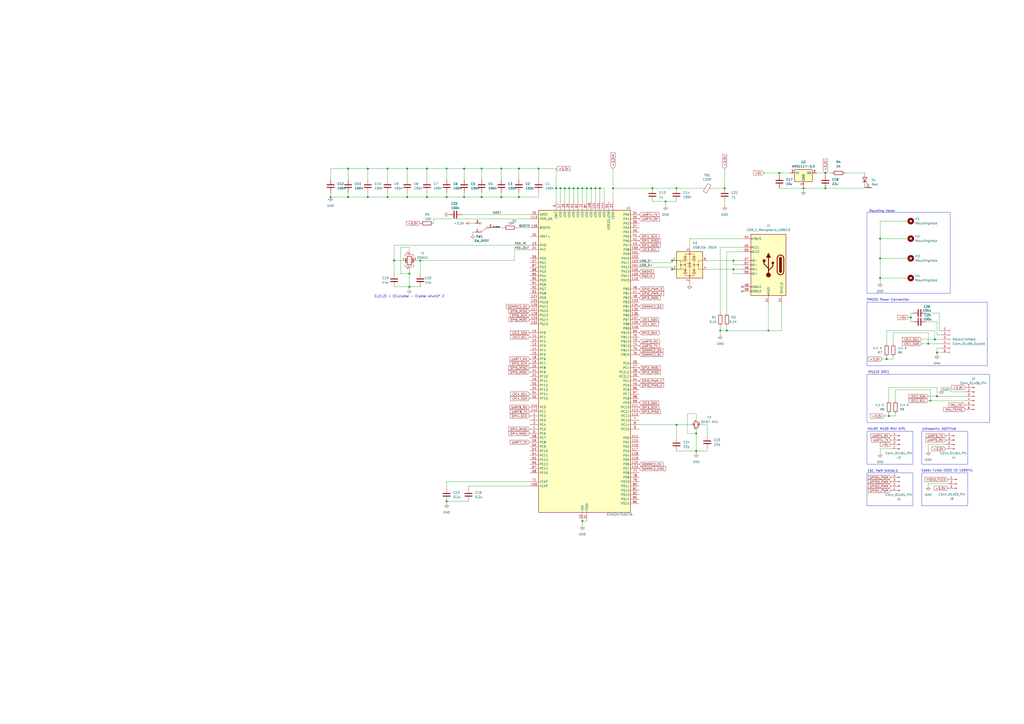
<source format=kicad_sch>
(kicad_sch (version 20231120) (generator "eeschema") (generator_version "8.0")
  (paper "A2")
  (junction (at 445.77 191.77))
  (junction (at 201.93 97.79))
  (junction (at 347.98 109.22))
  (junction (at 420.37 109.22))
  (junction (at 539.75 232.41))
  (junction (at 259.08 290.83))
  (junction (at 332.74 109.22))
  (junction (at 425.45 151.13))
  (junction (at 279.4 114.3))
  (junction (at 386.08 116.84))
  (junction (at 279.4 97.79))
  (junction (at 342.9 109.22))
  (junction (at 247.65 97.79))
  (junction (at 392.43 246.38))
  (junction (at 528.32 184.15))
  (junction (at 452.12 100.33))
  (junction (at 421.64 191.77))
  (junction (at 269.24 97.79))
  (junction (at 300.99 97.79))
  (junction (at 290.83 97.79))
  (junction (at 325.12 109.22))
  (junction (at 228.6 151.13))
  (junction (at 330.2 109.22))
  (junction (at 224.79 97.79))
  (junction (at 213.36 97.79))
  (junction (at 514.35 208.28))
  (junction (at 236.22 97.79))
  (junction (at 322.58 109.22))
  (junction (at 403.86 251.46))
  (junction (at 466.09 109.22))
  (junction (at 335.28 109.22))
  (junction (at 389.89 151.13))
  (junction (at 259.08 114.3))
  (junction (at 538.48 199.39))
  (junction (at 312.42 97.79))
  (junction (at 510.54 138.43))
  (junction (at 378.46 109.22))
  (junction (at 345.44 109.22))
  (junction (at 510.54 149.86))
  (junction (at 213.36 114.3))
  (junction (at 543.56 229.87))
  (junction (at 543.56 204.47))
  (junction (at 243.84 151.13))
  (junction (at 290.83 114.3))
  (junction (at 201.93 114.3))
  (junction (at 403.86 261.62))
  (junction (at 237.49 166.37))
  (junction (at 259.08 97.79))
  (junction (at 355.6 109.22))
  (junction (at 247.65 114.3))
  (junction (at 417.83 191.77))
  (junction (at 224.79 114.3))
  (junction (at 337.82 109.22))
  (junction (at 191.77 114.3))
  (junction (at 392.43 109.22))
  (junction (at 478.79 109.22))
  (junction (at 478.79 100.33))
  (junction (at 425.45 156.21))
  (junction (at 515.62 241.3))
  (junction (at 337.82 302.26))
  (junction (at 542.29 196.85))
  (junction (at 237.49 158.75))
  (junction (at 389.89 156.21))
  (junction (at 269.24 114.3))
  (junction (at 300.99 114.3))
  (junction (at 510.54 161.29))
  (junction (at 327.66 109.22))
  (junction (at 236.22 114.3))
  (junction (at 340.36 109.22))
  (no_connect (at 430.53 166.37))
  (no_connect (at 430.53 168.91))
  (wire (pts (xy 312.42 114.3) (xy 312.42 111.76)))
  (wire (pts (xy 241.3 151.13) (xy 243.84 151.13)))
  (wire (pts (xy 410.21 156.21) (xy 425.45 156.21)))
  (wire (pts (xy 259.08 290.83) (xy 271.78 290.83)))
  (wire (pts (xy 510.54 128.27) (xy 510.54 138.43)))
  (wire (pts (xy 406.4 246.38) (xy 410.21 246.38)))
  (wire (pts (xy 420.37 116.84) (xy 420.37 119.38)))
  (wire (pts (xy 279.4 114.3) (xy 279.4 111.76)))
  (wire (pts (xy 330.2 109.22) (xy 332.74 109.22)))
  (wire (pts (xy 237.49 166.37) (xy 243.84 166.37)))
  (wire (pts (xy 337.82 116.84) (xy 337.82 109.22)))
  (wire (pts (xy 453.39 191.77) (xy 445.77 191.77)))
  (wire (pts (xy 267.97 124.46) (xy 307.34 124.46)))
  (wire (pts (xy 279.4 97.79) (xy 290.83 97.79)))
  (wire (pts (xy 534.67 196.85) (xy 542.29 196.85)))
  (wire (pts (xy 400.05 138.43) (xy 430.53 138.43)))
  (wire (pts (xy 421.64 191.77) (xy 445.77 191.77)))
  (wire (pts (xy 191.77 97.79) (xy 201.93 97.79)))
  (wire (pts (xy 347.98 109.22) (xy 347.98 116.84)))
  (wire (pts (xy 300.99 97.79) (xy 312.42 97.79)))
  (wire (pts (xy 355.6 109.22) (xy 378.46 109.22)))
  (wire (pts (xy 330.2 116.84) (xy 330.2 109.22)))
  (wire (pts (xy 342.9 109.22) (xy 342.9 116.84)))
  (wire (pts (xy 307.34 127) (xy 251.46 127)))
  (wire (pts (xy 290.83 104.14) (xy 290.83 97.79)))
  (wire (pts (xy 551.18 227.33) (xy 560.07 227.33)))
  (wire (pts (xy 537.21 186.69) (xy 543.56 186.69)))
  (wire (pts (xy 514.35 208.28) (xy 518.16 208.28)))
  (wire (pts (xy 274.32 134.62) (xy 274.32 135.89)))
  (wire (pts (xy 237.49 143.51) (xy 232.41 143.51)))
  (wire (pts (xy 347.98 109.22) (xy 350.52 109.22)))
  (wire (pts (xy 543.56 224.79) (xy 543.56 229.87)))
  (wire (pts (xy 237.49 156.21) (xy 237.49 158.75)))
  (wire (pts (xy 528.32 186.69) (xy 528.32 184.15)))
  (wire (pts (xy 510.54 149.86) (xy 510.54 161.29)))
  (wire (pts (xy 337.82 302.26) (xy 340.36 302.26)))
  (wire (pts (xy 519.43 232.41) (xy 519.43 226.06)))
  (wire (pts (xy 551.18 227.33) (xy 551.18 224.79)))
  (wire (pts (xy 236.22 97.79) (xy 247.65 97.79)))
  (wire (pts (xy 201.93 114.3) (xy 201.93 111.76)))
  (wire (pts (xy 400.05 163.83) (xy 400.05 165.1)))
  (wire (pts (xy 325.12 109.22) (xy 322.58 109.22)))
  (wire (pts (xy 312.42 104.14) (xy 312.42 97.79)))
  (wire (pts (xy 259.08 97.79) (xy 269.24 97.79)))
  (wire (pts (xy 510.54 262.89) (xy 510.54 260.35)))
  (wire (pts (xy 546.1 194.31) (xy 543.56 194.31)))
  (wire (pts (xy 544.83 191.77) (xy 544.83 181.61)))
  (wire (pts (xy 417.83 189.23) (xy 417.83 191.77)))
  (wire (pts (xy 271.78 281.94) (xy 271.78 283.21)))
  (wire (pts (xy 386.08 116.84) (xy 392.43 116.84)))
  (wire (pts (xy 538.48 229.87) (xy 543.56 229.87)))
  (wire (pts (xy 515.62 224.79) (xy 543.56 224.79)))
  (wire (pts (xy 337.82 109.22) (xy 340.36 109.22)))
  (wire (pts (xy 243.84 151.13) (xy 298.45 151.13)))
  (wire (pts (xy 396.24 151.13) (xy 389.89 151.13)))
  (wire (pts (xy 370.84 152.4) (xy 389.89 152.4)))
  (wire (pts (xy 247.65 104.14) (xy 247.65 97.79)))
  (wire (pts (xy 233.68 151.13) (xy 228.6 151.13)))
  (wire (pts (xy 417.83 143.51) (xy 417.83 181.61)))
  (wire (pts (xy 345.44 109.22) (xy 347.98 109.22)))
  (wire (pts (xy 224.79 104.14) (xy 224.79 97.79)))
  (wire (pts (xy 392.43 246.38) (xy 401.32 246.38)))
  (wire (pts (xy 528.32 184.15) (xy 527.05 184.15)))
  (wire (pts (xy 430.53 143.51) (xy 417.83 143.51)))
  (wire (pts (xy 392.43 109.22) (xy 406.4 109.22)))
  (wire (pts (xy 466.09 109.22) (xy 478.79 109.22)))
  (wire (pts (xy 300.99 104.14) (xy 300.99 97.79)))
  (wire (pts (xy 224.79 114.3) (xy 236.22 114.3)))
  (wire (pts (xy 307.34 279.4) (xy 259.08 279.4)))
  (wire (pts (xy 501.65 107.95) (xy 501.65 109.22)))
  (wire (pts (xy 370.84 246.38) (xy 392.43 246.38)))
  (wire (pts (xy 232.41 143.51) (xy 232.41 158.75)))
  (wire (pts (xy 490.22 100.33) (xy 501.65 100.33)))
  (wire (pts (xy 236.22 114.3) (xy 247.65 114.3)))
  (wire (pts (xy 191.77 114.3) (xy 191.77 111.76)))
  (wire (pts (xy 251.46 127) (xy 251.46 129.54)))
  (wire (pts (xy 355.6 97.79) (xy 355.6 109.22)))
  (wire (pts (xy 228.6 151.13) (xy 228.6 158.75)))
  (wire (pts (xy 551.18 224.79) (xy 546.1 224.79)))
  (wire (pts (xy 403.86 240.03) (xy 398.78 240.03)))
  (wire (pts (xy 417.83 194.31) (xy 417.83 191.77)))
  (wire (pts (xy 478.79 100.33) (xy 478.79 101.6)))
  (wire (pts (xy 243.84 151.13) (xy 243.84 158.75)))
  (wire (pts (xy 543.56 194.31) (xy 543.56 186.69)))
  (wire (pts (xy 546.1 204.47) (xy 543.56 204.47)))
  (wire (pts (xy 425.45 151.13) (xy 430.53 151.13)))
  (wire (pts (xy 237.49 167.64) (xy 237.49 166.37)))
  (wire (pts (xy 546.1 201.93) (xy 543.56 201.93)))
  (wire (pts (xy 542.29 196.85) (xy 546.1 196.85)))
  (wire (pts (xy 519.43 226.06) (xy 539.75 226.06)))
  (wire (pts (xy 414.02 109.22) (xy 420.37 109.22)))
  (wire (pts (xy 228.6 166.37) (xy 237.49 166.37)))
  (wire (pts (xy 279.4 104.14) (xy 279.4 97.79)))
  (wire (pts (xy 417.83 191.77) (xy 421.64 191.77)))
  (wire (pts (xy 410.21 151.13) (xy 425.45 151.13)))
  (wire (pts (xy 285.75 132.08) (xy 292.1 132.08)))
  (wire (pts (xy 337.82 302.26) (xy 337.82 304.8)))
  (wire (pts (xy 518.16 208.28) (xy 518.16 207.01)))
  (wire (pts (xy 430.53 153.67) (xy 425.45 153.67)))
  (wire (pts (xy 529.59 186.69) (xy 528.32 186.69)))
  (wire (pts (xy 538.48 193.04) (xy 538.48 199.39)))
  (wire (pts (xy 224.79 97.79) (xy 236.22 97.79)))
  (wire (pts (xy 538.48 281.94) (xy 538.48 280.67)))
  (wire (pts (xy 201.93 104.14) (xy 201.93 97.79)))
  (wire (pts (xy 396.24 154.94) (xy 396.24 156.21)))
  (wire (pts (xy 420.37 97.79) (xy 420.37 109.22)))
  (wire (pts (xy 290.83 114.3) (xy 290.83 111.76)))
  (wire (pts (xy 378.46 109.22) (xy 392.43 109.22)))
  (wire (pts (xy 515.62 240.03) (xy 515.62 241.3)))
  (wire (pts (xy 543.56 201.93) (xy 543.56 204.47)))
  (wire (pts (xy 259.08 114.3) (xy 269.24 114.3)))
  (wire (pts (xy 534.67 199.39) (xy 538.48 199.39)))
  (wire (pts (xy 322.58 109.22) (xy 322.58 116.84)))
  (wire (pts (xy 322.58 97.79) (xy 322.58 109.22)))
  (wire (pts (xy 430.53 146.05) (xy 421.64 146.05)))
  (wire (pts (xy 403.86 240.03) (xy 403.86 243.84)))
  (wire (pts (xy 543.56 229.87) (xy 560.07 229.87)))
  (wire (pts (xy 259.08 114.3) (xy 259.08 111.76)))
  (wire (pts (xy 269.24 114.3) (xy 279.4 114.3)))
  (wire (pts (xy 403.86 251.46) (xy 403.86 261.62)))
  (wire (pts (xy 370.84 154.94) (xy 389.89 154.94)))
  (wire (pts (xy 514.35 208.28) (xy 514.35 207.01)))
  (wire (pts (xy 538.48 261.62) (xy 538.48 257.81)))
  (wire (pts (xy 519.43 240.03) (xy 519.43 241.3)))
  (wire (pts (xy 510.54 138.43) (xy 510.54 149.86)))
  (wire (pts (xy 529.59 181.61) (xy 528.32 181.61)))
  (wire (pts (xy 514.35 191.77) (xy 542.29 191.77)))
  (wire (pts (xy 398.78 251.46) (xy 403.86 251.46)))
  (wire (pts (xy 259.08 104.14) (xy 259.08 97.79)))
  (wire (pts (xy 421.64 189.23) (xy 421.64 191.77)))
  (wire (pts (xy 213.36 114.3) (xy 213.36 111.76)))
  (wire (pts (xy 514.35 199.39) (xy 514.35 191.77)))
  (wire (pts (xy 546.1 191.77) (xy 544.83 191.77)))
  (wire (pts (xy 453.39 176.53) (xy 453.39 191.77)))
  (wire (pts (xy 410.21 261.62) (xy 410.21 260.35)))
  (wire (pts (xy 378.46 116.84) (xy 386.08 116.84)))
  (wire (pts (xy 298.45 144.78) (xy 298.45 151.13)))
  (wire (pts (xy 452.12 100.33) (xy 452.12 101.6)))
  (wire (pts (xy 386.08 116.84) (xy 386.08 119.38)))
  (wire (pts (xy 307.34 281.94) (xy 271.78 281.94)))
  (wire (pts (xy 275.59 134.62) (xy 274.32 134.62)))
  (wire (pts (xy 538.48 280.67) (xy 549.91 280.67)))
  (wire (pts (xy 247.65 114.3) (xy 247.65 111.76)))
  (wire (pts (xy 236.22 114.3) (xy 236.22 111.76)))
  (wire (pts (xy 400.05 138.43) (xy 400.05 143.51)))
  (wire (pts (xy 410.21 252.73) (xy 410.21 246.38)))
  (wire (pts (xy 299.72 132.08) (xy 307.34 132.08)))
  (wire (pts (xy 544.83 181.61) (xy 537.21 181.61)))
  (wire (pts (xy 392.43 261.62) (xy 403.86 261.62)))
  (wire (pts (xy 445.77 191.77) (xy 445.77 176.53)))
  (wire (pts (xy 538.48 232.41) (xy 539.75 232.41)))
  (wire (pts (xy 513.08 241.3) (xy 515.62 241.3)))
  (wire (pts (xy 396.24 152.4) (xy 396.24 151.13)))
  (wire (pts (xy 191.77 114.3) (xy 201.93 114.3)))
  (wire (pts (xy 273.05 129.54) (xy 275.59 129.54)))
  (wire (pts (xy 511.81 208.28) (xy 514.35 208.28)))
  (wire (pts (xy 290.83 97.79) (xy 300.99 97.79)))
  (wire (pts (xy 330.2 109.22) (xy 327.66 109.22)))
  (wire (pts (xy 300.99 114.3) (xy 312.42 114.3)))
  (wire (pts (xy 298.45 144.78) (xy 307.34 144.78)))
  (wire (pts (xy 538.48 257.81) (xy 548.64 257.81)))
  (wire (pts (xy 269.24 97.79) (xy 279.4 97.79)))
  (wire (pts (xy 236.22 104.14) (xy 236.22 97.79)))
  (wire (pts (xy 327.66 116.84) (xy 327.66 109.22)))
  (wire (pts (xy 350.52 109.22) (xy 350.52 116.84)))
  (wire (pts (xy 421.64 146.05) (xy 421.64 181.61)))
  (wire (pts (xy 224.79 111.76) (xy 224.79 114.3)))
  (wire (pts (xy 443.23 100.33) (xy 452.12 100.33)))
  (wire (pts (xy 345.44 109.22) (xy 345.44 116.84)))
  (wire (pts (xy 312.42 97.79) (xy 322.58 97.79)))
  (wire (pts (xy 300.99 114.3) (xy 300.99 111.76)))
  (wire (pts (xy 392.43 246.38) (xy 392.43 254)))
  (wire (pts (xy 269.24 114.3) (xy 269.24 111.76)))
  (wire (pts (xy 340.36 109.22) (xy 342.9 109.22)))
  (wire (pts (xy 546.1 224.79) (xy 546.1 226.06)))
  (wire (pts (xy 247.65 114.3) (xy 259.08 114.3)))
  (wire (pts (xy 529.59 161.29) (xy 510.54 161.29)))
  (wire (pts (xy 539.75 232.41) (xy 560.07 232.41)))
  (wire (pts (xy 389.89 154.94) (xy 389.89 156.21)))
  (wire (pts (xy 237.49 146.05) (xy 237.49 143.51)))
  (wire (pts (xy 458.47 100.33) (xy 452.12 100.33)))
  (wire (pts (xy 340.36 109.22) (xy 340.36 116.84)))
  (wire (pts (xy 191.77 104.14) (xy 191.77 97.79)))
  (wire (pts (xy 327.66 109.22) (xy 325.12 109.22)))
  (wire (pts (xy 332.74 109.22) (xy 335.28 109.22)))
  (wire (pts (xy 201.93 114.3) (xy 213.36 114.3)))
  (wire (pts (xy 325.12 116.84) (xy 325.12 109.22)))
  (wire (pts (xy 396.24 156.21) (xy 389.89 156.21)))
  (wire (pts (xy 528.32 181.61) (xy 528.32 184.15)))
  (wire (pts (xy 543.56 204.47) (xy 543.56 205.74)))
  (wire (pts (xy 528.32 138.43) (xy 510.54 138.43)))
  (wire (pts (xy 290.83 114.3) (xy 300.99 114.3)))
  (wire (pts (xy 425.45 158.75) (xy 425.45 156.21)))
  (wire (pts (xy 403.86 261.62) (xy 410.21 261.62)))
  (wire (pts (xy 473.71 100.33) (xy 478.79 100.33)))
  (wire (pts (xy 335.28 116.84) (xy 335.28 109.22)))
  (wire (pts (xy 232.41 158.75) (xy 237.49 158.75)))
  (wire (pts (xy 518.16 193.04) (xy 538.48 193.04)))
  (wire (pts (xy 478.79 100.33) (xy 482.6 100.33)))
  (wire (pts (xy 528.32 128.27) (xy 510.54 128.27)))
  (wire (pts (xy 539.75 226.06) (xy 539.75 232.41)))
  (wire (pts (xy 542.29 191.77) (xy 542.29 196.85)))
  (wire (pts (xy 425.45 156.21) (xy 430.53 156.21)))
  (wire (pts (xy 389.89 152.4) (xy 389.89 151.13)))
  (wire (pts (xy 332.74 116.84) (xy 332.74 109.22)))
  (wire (pts (xy 510.54 161.29) (xy 510.54 163.83)))
  (wire (pts (xy 510.54 260.35) (xy 516.89 260.35)))
  (wire (pts (xy 398.78 240.03) (xy 398.78 251.46)))
  (wire (pts (xy 269.24 104.14) (xy 269.24 97.79)))
  (wire (pts (xy 213.36 97.79) (xy 224.79 97.79)))
  (wire (pts (xy 337.82 109.22) (xy 335.28 109.22)))
  (wire (pts (xy 355.6 116.84) (xy 355.6 109.22)))
  (wire (pts (xy 213.36 104.14) (xy 213.36 97.79)))
  (wire (pts (xy 518.16 199.39) (xy 518.16 193.04)))
  (wire (pts (xy 237.49 158.75) (xy 237.49 166.37)))
  (wire (pts (xy 430.53 158.75) (xy 425.45 158.75)))
  (wire (pts (xy 259.08 279.4) (xy 259.08 283.21)))
  (wire (pts (xy 201.93 97.79) (xy 213.36 97.79)))
  (wire (pts (xy 279.4 114.3) (xy 290.83 114.3)))
  (wire (pts (xy 528.32 149.86) (xy 510.54 149.86)))
  (wire (pts (xy 515.62 241.3) (xy 519.43 241.3)))
  (wire (pts (xy 478.79 109.22) (xy 501.65 109.22)))
  (wire (pts (xy 342.9 109.22) (xy 345.44 109.22)))
  (wire (pts (xy 403.86 251.46) (xy 403.86 248.92)))
  (wire (pts (xy 515.62 232.41) (xy 515.62 224.79)))
  (wire (pts (xy 425.45 153.67) (xy 425.45 151.13)))
  (wire (pts (xy 538.48 199.39) (xy 546.1 199.39)))
  (wire (pts (xy 466.09 109.22) (xy 466.09 110.49)))
  (wire (pts (xy 403.86 261.62) (xy 403.86 262.89)))
  (wire (pts (xy 452.12 109.22) (xy 466.09 109.22)))
  (wire (pts (xy 466.09 107.95) (xy 466.09 109.22)))
  (wire (pts (xy 228.6 142.24) (xy 307.34 142.24)))
  (wire (pts (xy 259.08 292.1) (xy 259.08 290.83)))
  (wire (pts (xy 224.79 114.3) (xy 213.36 114.3)))
  (wire (pts (xy 228.6 151.13) (xy 228.6 142.24)))
  (wire (pts (xy 247.65 97.79) (xy 259.08 97.79)))
  (rectangle (start 502.92 123.19) (end 551.18 170.18))
  (rectangle (start 534.67 250.19) (end 561.34 269.24))
  (rectangle (start 502.92 175.26) (end 572.77 212.09))
  (rectangle (start 502.92 217.17) (end 574.04 245.11))
  (rectangle (start 502.92 250.19) (end 529.59 269.24))
  (rectangle (start 534.67 274.32) (end 561.34 293.37))
  (rectangle (start 502.92 274.32) (end 529.59 293.37))
  (text "PMO2D Power Connection" (at 515.112 173.99 0) (effects (font (size 1.27 1.27))))
  (text "Mounting Holes" (at 504.19 123.19 0) (effects (font (size 1.27 1.27)) (justify left bottom)))
  (text "Caddx Turbo EOS2 V2 1200TVL\n" (at 549.402 273.05 0) (effects (font (size 1.27 1.27))))
  (text "ESC PWM SIGNALS\n" (at 512.064 273.304 0) (effects (font (size 1.27 1.27))))
  (text "HGLRC M100 Mini GPS" (at 514.096 248.92 0) (effects (font (size 1.27 1.27))))
  (text "Ultrasonic: A02YYUW" (at 544.83 248.92 0) (effects (font (size 1.27 1.27))))
  (text "CL(1,2) = (CLcrystal - Crystal shunt)* 2" (at 217.17 172.72 0) (effects (font (size 1.27 1.27)) (justify left bottom)))
  (text "IMU(10 DOF)\n" (at 509.524 215.9 0) (effects (font (size 1.27 1.27))))
  (label "SW_BOOT0" (at 285.75 132.08 0) (effects (font (size 0.54 0.54))))
  (label "HSE_IN" (at 298.45 142.24 0))
  (label "BOOT0" (at 300.99 132.08 0))
  (label "USB_D-" (at 370.84 152.4 0))
  (label "USB_D+" (at 370.84 154.94 0))
  (label "HSE_OUT" (at 298.45 144.78 0))
  (label "PWR_LED_K" (at 501.65 109.22 0) (effects (font (size 0.5 0.5))))
  (label "NRST" (at 285.75 124.46 0))
  (global_label "I2C2_SCL" (shape input) (at 307.34 195.58 180) (property "Intersheetrefs" "${INTERSHEET_REFS}" (effects (hide yes))))
  (global_label "SPI3_MOSI" (shape input) (at 370.84 172.72 0) (property "Intersheetrefs" "${INTERSHEET_REFS}" (effects (hide yes))))
  (global_label "UART5_TX" (shape input) (at 548.64 252.73 180) (property "Intersheetrefs" "${INTERSHEET_REFS}" (effects (hide yes))))
  (global_label "SPI5_MISO" (shape input) (at 307.34 213.36 180) (property "Intersheetrefs" "${INTERSHEET_REFS}" (effects (hide yes))))
  (global_label "SWCLK" (shape input) (at 370.84 160.02 0) (property "Intersheetrefs" "${INTERSHEET_REFS}" (effects (hide yes))))
  (global_label "GPIO_PWM_3" (shape input) (at 370.84 167.64 0) (property "Intersheetrefs" "${INTERSHEET_REFS}" (effects (hide yes))))
  (global_label "SPI1_SCK" (shape input) (at 370.84 137.16 0) (property "Intersheetrefs" "${INTERSHEET_REFS}" (effects (hide yes))))
  (global_label "I2C3_SDA" (shape input) (at 370.84 233.68 0) (property "Intersheetrefs" "${INTERSHEET_REFS}" (effects (hide yes))))
  (global_label "SPI6_SCK" (shape input) (at 307.34 182.88 180) (property "Intersheetrefs" "${INTERSHEET_REFS}" (effects (hide yes))))
  (global_label "SDMMC2_D2" (shape input) (at 307.34 177.8 180) (property "Intersheetrefs" "${INTERSHEET_REFS}" (effects (hide yes))))
  (global_label "GPIO4_PWM" (shape input) (at 516.89 276.86 180) (property "Intersheetrefs" "${INTERSHEET_REFS}" (effects (hide yes))))
  (global_label "SDMMC2_D1" (shape input) (at 370.84 205.74 0) (property "Intersheetrefs" "${INTERSHEET_REFS}" (effects (hide yes))))
  (global_label "+3.3V" (shape input) (at 243.84 129.54 180) (property "Intersheetrefs" "${INTERSHEET_REFS}" (effects (hide yes))))
  (global_label "UART8_RX" (shape input) (at 307.34 236.22 180) (property "Intersheetrefs" "${INTERSHEET_REFS}" (effects (hide yes))))
  (global_label "SPI6_MOSI" (shape input) (at 307.34 185.42 180) (property "Intersheetrefs" "${INTERSHEET_REFS}" (effects (hide yes))))
  (global_label "SPI1_MISO" (shape input) (at 370.84 139.7 0) (property "Intersheetrefs" "${INTERSHEET_REFS}" (effects (hide yes))))
  (global_label "SDMMC2_D3" (shape input) (at 370.84 177.8 0) (property "Intersheetrefs" "${INTERSHEET_REFS}" (effects (hide yes))))
  (global_label "IMU_FSYNC" (shape input) (at 560.07 237.49 180) (property "Intersheetrefs" "${INTERSHEET_REFS}" (effects (hide yes))))
  (global_label "I2C1_SDA" (shape input) (at 534.67 199.39 180) (property "Intersheetrefs" "${INTERSHEET_REFS}" (effects (hide yes))))
  (global_label "GPIO3_PWM" (shape input) (at 516.89 279.4 180) (property "Intersheetrefs" "${INTERSHEET_REFS}" (effects (hide yes))))
  (global_label "SPI3_MISO" (shape input) (at 370.84 238.76 0) (property "Intersheetrefs" "${INTERSHEET_REFS}" (effects (hide yes))))
  (global_label "+3.3V" (shape input) (at 420.37 97.79 90) (property "Intersheetrefs" "${INTERSHEET_REFS}" (effects (hide yes))))
  (global_label "+3.3VA" (shape input) (at 355.6 97.79 90) (property "Intersheetrefs" "${INTERSHEET_REFS}" (effects (hide yes))))
  (global_label "SPI1_MOSI" (shape input) (at 370.84 142.24 0) (property "Intersheetrefs" "${INTERSHEET_REFS}" (effects (hide yes))))
  (global_label "VIDEO_FEED" (shape input) (at 549.91 278.13 180) (property "Intersheetrefs" "${INTERSHEET_REFS}" (effects (hide yes))))
  (global_label "I2C4_SDA" (shape input) (at 307.34 231.14 180) (property "Intersheetrefs" "${INTERSHEET_REFS}" (effects (hide yes))))
  (global_label "GPIO_PWM_4" (shape input) (at 370.84 170.18 0) (property "Intersheetrefs" "${INTERSHEET_REFS}" (effects (hide yes))))
  (global_label "SPI4_SCK" (shape input) (at 307.34 241.3 180) (property "Intersheetrefs" "${INTERSHEET_REFS}" (effects (hide yes))))
  (global_label "+5V" (shape input) (at 443.23 100.33 180) (property "Intersheetrefs" "${INTERSHEET_REFS}" (effects (hide yes))))
  (global_label "SPI4_MOSI" (shape input) (at 307.34 251.46 180) (property "Intersheetrefs" "${INTERSHEET_REFS}" (effects (hide yes))))
  (global_label "+3.3V" (shape input) (at 513.08 241.3 180) (property "Intersheetrefs" "${INTERSHEET_REFS}" (effects (hide yes))))
  (global_label "I2C4_SCL" (shape input) (at 307.34 228.6 180) (property "Intersheetrefs" "${INTERSHEET_REFS}" (effects (hide yes))))
  (global_label "SDMMC2_CMD" (shape input) (at 370.84 271.78 0) (property "Intersheetrefs" "${INTERSHEET_REFS}" (effects (hide yes))))
  (global_label "SPI2_SCK" (shape input) (at 370.84 193.04 0) (property "Intersheetrefs" "${INTERSHEET_REFS}" (effects (hide yes))))
  (global_label "I2C2_SDA" (shape input) (at 538.48 229.87 180) (property "Intersheetrefs" "${INTERSHEET_REFS}" (effects (hide yes))))
  (global_label "GPIO_PWM_2" (shape input) (at 370.84 223.52 0) (property "Intersheetrefs" "${INTERSHEET_REFS}" (effects (hide yes))))
  (global_label "+5V" (shape input) (at 516.89 257.81 180) (property "Intersheetrefs" "${INTERSHEET_REFS}" (effects (hide yes))))
  (global_label "IMU_INT" (shape input) (at 560.07 234.95 180) (property "Intersheetrefs" "${INTERSHEET_REFS}" (effects (hide yes))))
  (global_label "I2C1_SCL" (shape input) (at 534.67 196.85 180) (property "Intersheetrefs" "${INTERSHEET_REFS}" (effects (hide yes))))
  (global_label "SPI2_MOSI" (shape input) (at 370.84 213.36 0) (property "Intersheetrefs" "${INTERSHEET_REFS}" (effects (hide yes))))
  (global_label "UART5_TX" (shape input) (at 370.84 200.66 0) (property "Intersheetrefs" "${INTERSHEET_REFS}" (effects (hide yes))))
  (global_label "+3.3V" (shape input) (at 478.79 100.33 90) (property "Intersheetrefs" "${INTERSHEET_REFS}" (effects (hide yes))))
  (global_label "SWDIO" (shape input) (at 370.84 157.48 0) (property "Intersheetrefs" "${INTERSHEET_REFS}" (effects (hide yes))))
  (global_label "+5V" (shape input) (at 527.05 184.15 180) (property "Intersheetrefs" "${INTERSHEET_REFS}" (effects (hide yes))))
  (global_label "GPIO2_PWM" (shape input) (at 516.89 281.94 180) (property "Intersheetrefs" "${INTERSHEET_REFS}" (effects (hide yes))))
  (global_label "I2C3_SCL" (shape input) (at 370.84 144.78 0) (property "Intersheetrefs" "${INTERSHEET_REFS}" (effects (hide yes))))
  (global_label "+3.3V" (shape input) (at 322.58 97.79 0) (property "Intersheetrefs" "${INTERSHEET_REFS}" (effects (hide yes))))
  (global_label "UART8_TX" (shape input) (at 307.34 238.76 180) (property "Intersheetrefs" "${INTERSHEET_REFS}" (effects (hide yes))))
  (global_label "UART5_RX" (shape input) (at 548.64 255.27 180) (property "Intersheetrefs" "${INTERSHEET_REFS}" (effects (hide yes))))
  (global_label "SPI4_MISO" (shape input) (at 307.34 248.92 180) (property "Intersheetrefs" "${INTERSHEET_REFS}" (effects (hide yes))))
  (global_label "SPI6_MISO" (shape input) (at 307.34 180.34 180) (property "Intersheetrefs" "${INTERSHEET_REFS}" (effects (hide yes))))
  (global_label "SPI5_MOSI" (shape input) (at 307.34 215.9 180) (property "Intersheetrefs" "${INTERSHEET_REFS}" (effects (hide yes))))
  (global_label "I2C1_SCL" (shape input) (at 370.84 187.96 0) (property "Intersheetrefs" "${INTERSHEET_REFS}" (effects (hide yes))))
  (global_label "UART5_RX" (shape input) (at 370.84 198.12 0) (property "Intersheetrefs" "${INTERSHEET_REFS}" (effects (hide yes))))
  (global_label "SDMMC2_CK" (shape input) (at 370.84 269.24 0) (property "Intersheetrefs" "${INTERSHEET_REFS}" (effects (hide yes))))
  (global_label "SPI2_MISO" (shape input) (at 370.84 215.9 0) (property "Intersheetrefs" "${INTERSHEET_REFS}" (effects (hide yes))))
  (global_label "+3.3V" (shape input) (at 560.07 224.79 180) (property "Intersheetrefs" "${INTERSHEET_REFS}" (effects (hide yes))))
  (global_label "+3.3V" (shape input) (at 548.64 260.35 180) (property "Intersheetrefs" "${INTERSHEET_REFS}" (effects (hide yes))))
  (global_label "GPIO1_PWM" (shape input) (at 516.89 284.48 180) (property "Intersheetrefs" "${INTERSHEET_REFS}" (effects (hide yes))))
  (global_label "UART4_RX" (shape input) (at 370.84 127 0) (property "Intersheetrefs" "${INTERSHEET_REFS}" (effects (hide yes))))
  (global_label "+3.3V" (shape input) (at 549.91 283.21 180) (property "Intersheetrefs" "${INTERSHEET_REFS}" (effects (hide yes))))
  (global_label "UART4_RX" (shape input) (at 516.89 252.73 180) (property "Intersheetrefs" "${INTERSHEET_REFS}" (effects (hide yes))))
  (global_label "UART4_TX" (shape input) (at 370.84 124.46 0) (property "Intersheetrefs" "${INTERSHEET_REFS}" (effects (hide yes))))
  (global_label "UART7_RX" (shape input) (at 307.34 208.28 180) (property "Intersheetrefs" "${INTERSHEET_REFS}" (effects (hide yes))))
  (global_label "SPI3_SCK" (shape input) (at 370.84 236.22 0) (property "Intersheetrefs" "${INTERSHEET_REFS}" (effects (hide yes))))
  (global_label "I2C1_SDA" (shape input) (at 370.84 185.42 0) (property "Intersheetrefs" "${INTERSHEET_REFS}" (effects (hide yes))))
  (global_label "SPI5_SCK" (shape input) (at 307.34 210.82 180) (property "Intersheetrefs" "${INTERSHEET_REFS}" (effects (hide yes))))
  (global_label "SDMMC2_D0" (shape input) (at 370.84 203.2 0) (property "Intersheetrefs" "${INTERSHEET_REFS}" (effects (hide yes))))
  (global_label "UART7_TX" (shape input) (at 307.34 256.54 180) (property "Intersheetrefs" "${INTERSHEET_REFS}" (effects (hide yes))))
  (global_label "I2C2_SCL" (shape input) (at 538.48 232.41 180) (property "Intersheetrefs" "${INTERSHEET_REFS}" (effects (hide yes))))
  (global_label "GPIO_PWM_1" (shape input) (at 370.84 220.98 0) (property "Intersheetrefs" "${INTERSHEET_REFS}" (effects (hide yes))))
  (global_label "I2C2_SDA" (shape input) (at 307.34 193.04 180) (property "Intersheetrefs" "${INTERSHEET_REFS}" (effects (hide yes))))
  (global_label "UART4_TX" (shape input) (at 516.89 255.27 180) (property "Intersheetrefs" "${INTERSHEET_REFS}" (effects (hide yes))))
  (global_label "+3.3V" (shape input) (at 511.81 208.28 180) (property "Intersheetrefs" "${INTERSHEET_REFS}" (effects (hide yes))))
  (symbol (lib_id "Device:C") (at 478.79 105.41 0) (unit 1)
    (property "Reference" "C18" (at 482.6 104.14 0) (effects (justify left)))
    (property "Value" "22u" (at 482.6 106.68 0) (effects (justify left)))
  )
  (symbol (lib_id "Device:R") (at 417.83 185.42 0) (unit 1)
    (property "Reference" "R2" (at 412.75 184.15 0) (effects (justify left)))
    (property "Value" "5.1K" (at 411.48 186.69 0) (effects (justify left)))
  )
  (symbol (lib_id "Connector:Conn_01x04_Pin") (at 521.97 257.81 180) (unit 1)
    (property "Reference" "J3" (at 521.335 265.43 0))
    (property "Value" "Conn_01x04_Pin" (at 521.335 262.89 0))
    (property "Description" "Generic connector, single row, 01x04, script generated" (effects (hide yes)))
  )
  (symbol (lib_id "Device:C") (at 264.16 124.46 90) (mirror x) (unit 1)
    (property "Reference" "C22" (at 261.62 118.11 90) (effects (justify right)))
    (property "Value" "100n" (at 261.62 120.65 90) (effects (justify right)))
  )
  (symbol (lib_id "power:GND") (at 237.49 167.64 0) (unit 1)
    (property "Reference" "#PWR07" (effects (hide yes)))
    (property "Value" "GND" (effects (hide yes)))
  )
  (symbol (lib_id "Device:C") (at 191.77 107.95 0) (unit 1)
    (property "Reference" "C12" (at 195.58 106.68 0) (effects (justify left)))
    (property "Value" "100n" (at 195.58 109.22 0) (effects (justify left)))
  )
  (symbol (lib_id "Device:C") (at 378.46 113.03 0) (unit 1)
    (property "Reference" "C13" (at 382.27 111.76 0) (effects (justify left)))
    (property "Value" "1u" (at 382.27 114.3 0) (effects (justify left)))
  )
  (symbol (lib_id "Device:C") (at 213.36 107.95 0) (unit 1)
    (property "Reference" "C10" (at 217.17 106.68 0) (effects (justify left)))
    (property "Value" "100n" (at 217.17 109.22 0) (effects (justify left)))
  )
  (symbol (lib_id "Connector:Conn_01x03_Pin") (at 554.99 280.67 0) (mirror y) (unit 1)
    (property "Reference" "J6" (at 550.926 289.306 0) (effects (justify right)))
    (property "Value" "Conn_01x03_Pin" (at 544.322 286.766 0) (effects (justify right)))
    (property "Description" "Generic connector, single row, 01x03, script generated" (effects (hide yes)))
  )
  (symbol (lib_id "Connector:Conn_01x04_Pin") (at 521.97 281.94 180) (unit 1)
    (property "Reference" "J5" (at 521.335 289.56 0))
    (property "Value" "Conn_01x04_Pin" (at 521.335 287.02 0))
    (property "Description" "Generic connector, single row, 01x04, script generated" (effects (hide yes)))
  )
  (symbol (lib_id "Connector:Conn_01x06_Socket") (at 551.18 196.85 0) (unit 1)
    (property "Reference" "MolexClikMate" (at 552.45 196.8499 0) (effects (justify left)))
    (property "Value" "Conn_01x06_Socket" (at 552.45 199.3899 0) (effects (justify left)))
    (property "Footprint" "MolexCLIK-Mate" (effects (hide yes)))
    (property "Description" "Generic connector, single row, 01x06, script generated" (effects (hide yes)))
  )
  (symbol (lib_id "Device:C") (at 279.4 107.95 0) (unit 1)
    (property "Reference" "C4" (at 283.21 106.68 0) (effects (justify left)))
    (property "Value" "100n" (at 283.21 109.22 0) (effects (justify left)))
  )
  (symbol (lib_id "Device:C") (at 236.22 107.95 0) (unit 1)
    (property "Reference" "C8" (at 240.03 106.68 0) (effects (justify left)))
    (property "Value" "100n" (at 240.03 109.22 0) (effects (justify left)))
  )
  (symbol (lib_id "Device:C") (at 259.08 107.95 0) (unit 1)
    (property "Reference" "C6" (at 262.89 106.68 0) (effects (justify left)))
    (property "Value" "100n" (at 262.89 109.22 0) (effects (justify left)))
  )
  (symbol (lib_id "Mechanical:MountingHole") (at 528.32 128.27 0) (unit 1)
    (property "Reference" "H1" (at 530.86 127 0) (effects (justify left)))
    (property "Value" "MountingHole" (at 530.86 129.54 0) (effects (justify left)))
  )
  (symbol (lib_id "Device:R") (at 421.64 185.42 0) (unit 1)
    (property "Reference" "R3" (at 424.18 184.15 0) (effects (justify left)))
    (property "Value" "5.1K" (at 422.91 186.69 0) (effects (justify left)))
  )
  (symbol (lib_id "Device:C") (at 224.79 107.95 0) (unit 1)
    (property "Reference" "C9" (at 228.6 106.68 0) (effects (justify left)))
    (property "Value" "100n" (at 228.6 109.22 0) (effects (justify left)))
  )
  (symbol (lib_id "Device:FerriteBead") (at 410.21 109.22 90) (unit 1)
    (property "Reference" "FB1" (at 410.1592 101.6 90))
    (property "Value" "120R" (at 410.1592 104.14 90))
  )
  (symbol (lib_id "Device:C") (at 247.65 107.95 0) (unit 1)
    (property "Reference" "C7" (at 251.46 106.68 0) (effects (justify left)))
    (property "Value" "100n" (at 251.46 109.22 0) (effects (justify left)))
  )
  (symbol (lib_id "Device:R") (at 519.43 236.22 0) (mirror y) (unit 1)
    (property "Reference" "R9" (at 521.97 237.4901 0) (effects (justify right)))
    (property "Value" "4.4 K" (at 521.97 234.9501 0) (effects (justify right)))
    (property "Description" "Resistor" (effects (hide yes)))
  )
  (symbol (lib_id "Device:C") (at 271.78 287.02 0) (unit 1)
    (property "Reference" "C16" (at 275.59 285.75 0) (effects (justify left)))
    (property "Value" "0.2u" (at 275.59 288.29 0) (effects (justify left)))
  )
  (symbol (lib_id "Regulator_Linear:AMS1117-3.3") (at 466.09 100.33 0) (unit 1)
    (property "Reference" "U2" (at 466.09 93.98 0))
    (property "Value" "AMS1117-3.3" (at 466.09 96.52 0))
    (property "Footprint" "Package_TO_SOT_SMD:SOT-223-3_TabPin2" (effects (hide yes)))
    (property "Datasheet" "http://www.advanced-monolithic.com/pdf/ds1117.pdf" (effects (hide yes)))
  )
  (symbol (lib_id "Device:C") (at 533.4 186.69 90) (unit 1)
    (property "Reference" "C25" (at 537.972 182.88 90))
    (property "Value" "100u" (at 537.972 185.166 90))
    (property "Description" "Unpolarized capacitor" (effects (hide yes)))
  )
  (symbol (lib_id "Connector:Conn_01x06_Pin") (at 565.15 229.87 0) (mirror y) (unit 1)
    (property "Reference" "J2" (at 564.515 219.71 0))
    (property "Value" "Conn_01x06_Pin" (at 564.515 222.25 0))
    (property "Description" "Generic connector, single row, 01x06, script generated" (effects (hide yes)))
  )
  (symbol (lib_id "power:GND") (at 417.83 194.31 0) (unit 1)
    (property "Reference" "#PWR014" (effects (hide yes)))
    (property "Value" "GND" (at 417.83 199.39 0))
  )
  (symbol (lib_id "power:GND") (at 510.54 163.83 0) (unit 1)
    (property "Reference" "#PWR022" (effects (hide yes)))
    (property "Value" "GND" (at 510.54 168.91 0))
  )
  (symbol (lib_id "Device:C") (at 259.08 287.02 0) (unit 1)
    (property "Reference" "C15" (at 262.89 285.75 0) (effects (justify left)))
    (property "Value" "0.2u" (at 262.89 288.29 0) (effects (justify left)))
  )
  (symbol (lib_id "power:GND") (at 259.08 292.1 0) (unit 1)
    (property "Reference" "#PWR06" (effects (hide yes)))
    (property "Value" "GND" (at 259.08 297.18 0))
  )
  (symbol (lib_id "power:GND") (at 274.32 135.89 0) (mirror y) (unit 1)
    (property "Reference" "#PWR012" (effects (hide yes)))
    (property "Value" "GND" (effects (hide yes)))
  )
  (symbol (lib_id "Device:C") (at 392.43 257.81 0) (unit 1)
    (property "Reference" "C24" (at 396.24 256.54 0) (effects (justify left)))
    (property "Value" "22p" (at 396.24 259.08 0) (effects (justify left)))
  )
  (symbol (lib_id "Device:LED") (at 501.65 104.14 90) (unit 1)
    (property "Reference" "D1" (at 505.46 104.4575 90) (effects (justify right)))
    (property "Value" "Red" (at 505.46 106.9975 90) (effects (justify right)))
  )
  (symbol (lib_id "Device:C") (at 243.84 162.56 0) (mirror x) (unit 1)
    (property "Reference" "C20" (at 246.38 161.29 0) (effects (justify left)))
    (property "Value" "14p" (at 246.38 163.83 0) (effects (justify left)))
  )
  (symbol (lib_id "Device:R") (at 514.35 203.2 0) (unit 1)
    (property "Reference" "R7" (at 511.81 204.4701 0) (effects (justify right)))
    (property "Value" "4.4 K" (at 511.81 201.9301 0) (effects (justify right)))
    (property "Description" "Resistor" (effects (hide yes)))
  )
  (symbol (lib_id "Device:R") (at 247.65 129.54 270) (unit 1)
    (property "Reference" "R5" (at 246.38 124.46 90) (effects (justify left)))
    (property "Value" "10K" (at 246.38 127 90) (effects (justify left)))
  )
  (symbol (lib_id "Connector:USB_C_Receptacle_USB2.0") (at 445.77 153.67 0) (mirror y) (unit 1)
    (property "Reference" "J1" (at 445.77 130.81 0))
    (property "Value" "USB_C_Receptacle_USB2.0" (at 445.77 133.35 0))
    (property "Datasheet" "https://www.usb.org/sites/default/files/documents/usb_type-c.zip" (effects (hide yes)))
  )
  (symbol (lib_id "power:GND") (at 191.77 114.3 0) (unit 1)
    (property "Reference" "#PWR03" (effects (hide yes)))
    (property "Value" "GND" (at 191.77 119.38 0))
  )
  (symbol (lib_id "Device:C") (at 201.93 107.95 0) (unit 1)
    (property "Reference" "C11" (at 205.74 106.68 0) (effects (justify left)))
    (property "Value" "100n" (at 205.74 109.22 0) (effects (justify left)))
  )
  (symbol (lib_name "GND_3") (lib_id "power:GND") (at 538.48 261.62 0) (unit 1)
    (property "Reference" "#PWR015" (effects (hide yes)))
    (property "Value" "GND" (at 538.48 266.7 0))
    (property "Description" "Power symbol creates a global label with name \"GND\" , ground" (effects (hide yes)))
  )
  (symbol (lib_id "Device:C") (at 410.21 256.54 0) (unit 1)
    (property "Reference" "C23" (at 414.02 255.27 0) (effects (justify left)))
    (property "Value" "22p" (at 414.02 257.81 0) (effects (justify left)))
  )
  (symbol (lib_id "Device:C") (at 228.6 162.56 0) (mirror x) (unit 1)
    (property "Reference" "C19" (at 223.52 161.29 0))
    (property "Value" "14p" (at 223.52 163.83 0))
  )
  (symbol (lib_id "Device:C") (at 290.83 107.95 0) (unit 1)
    (property "Reference" "C3" (at 294.64 106.68 0) (effects (justify left)))
    (property "Value" "100n" (at 294.64 109.22 0) (effects (justify left)))
  )
  (symbol (lib_id "power:GND") (at 403.86 262.89 0) (unit 1)
    (property "Reference" "#PWR021" (effects (hide yes)))
    (property "Value" "GND" (at 403.86 267.97 0))
  )
  (symbol (lib_id "power:GND") (at 400.05 165.1 0) (unit 1)
    (property "Reference" "#PWR08" (effects (hide yes)))
    (property "Value" "GND" (effects (hide yes)))
  )
  (symbol (lib_id "USBLC6-2Sc6:USBLC6-2SC6_mod") (at 400.05 153.67 0) (unit 1)
    (property "Reference" "U3" (at 401.7011 140.97 0) (effects (justify left)))
    (property "Value" "USBLC6-2SC6" (at 401.7011 143.51 0) (effects (justify left)))
    (property "Footprint" "Package_TO_SOT_SMD:SOT-23-6" (effects (hide yes)))
    (property "Datasheet" "https://www.st.com/resource/en/datasheet/usblc6-2.pdf" (effects (hide yes)))
  )
  (symbol (lib_name "GND_1") (lib_id "power:GND") (at 543.56 205.74 0) (unit 1)
    (property "Reference" "#PWR02" (effects (hide yes)))
    (property "Value" "GND" (at 543.56 210.82 0))
    (property "Description" "Power symbol creates a global label with name \"GND\" , ground" (effects (hide yes)))
  )
  (symbol (lib_id "Device:C") (at 392.43 113.03 0) (unit 1)
    (property "Reference" "C14" (at 396.24 111.76 0) (effects (justify left)))
    (property "Value" "100n" (at 396.24 114.3 0) (effects (justify left)))
  )
  (symbol (lib_id "Device:C") (at 269.24 107.95 0) (unit 1)
    (property "Reference" "C5" (at 273.05 106.68 0) (effects (justify left)))
    (property "Value" "100n" (at 273.05 109.22 0) (effects (justify left)))
  )
  (symbol (lib_id "Device:R") (at 518.16 203.2 0) (mirror y) (unit 1)
    (property "Reference" "R6" (at 520.7 204.4701 0) (effects (justify right)))
    (property "Value" "4.4 K" (at 520.7 201.9301 0) (effects (justify right)))
    (property "Description" "Resistor" (effects (hide yes)))
  )
  (symbol (lib_id "Mechanical:MountingHole") (at 528.32 161.29 0) (unit 1)
    (property "Reference" "H4" (at 530.86 160.02 0) (effects (justify left)))
    (property "Value" "MountingHole" (at 530.86 162.56 0) (effects (justify left)))
  )
  (symbol (lib_id "Mechanical:MountingHole") (at 528.32 138.43 0) (unit 1)
    (property "Reference" "H2" (at 530.86 137.16 0) (effects (justify left)))
    (property "Value" "MountingHole" (at 530.86 139.7 0) (effects (justify left)))
  )
  (symbol (lib_id "Device:Crystal_GND24_Small") (at 403.86 246.38 0) (unit 1)
    (property "Reference" "Y2" (at 411.48 242.1891 0))
    (property "Value" "32.67 KHz" (at 411.48 244.7291 0))
  )
  (symbol (lib_name "GND_2") (lib_id "power:GND") (at 510.54 262.89 0) (unit 1)
    (property "Reference" "#PWR010" (effects (hide yes)))
    (property "Value" "GND" (at 510.54 267.97 0))
    (property "Description" "Power symbol creates a global label with name \"GND\" , ground" (effects (hide yes)))
  )
  (symbol (lib_id "Device:R") (at 515.62 236.22 0) (unit 1)
    (property "Reference" "R8" (at 513.08 237.4901 0) (effects (justify right)))
    (property "Value" "4.4 K" (at 513.08 234.9501 0) (effects (justify right)))
    (property "Description" "Resistor" (effects (hide yes)))
  )
  (symbol (lib_id "Device:R") (at 295.91 132.08 270) (unit 1)
    (property "Reference" "R1" (at 297.18 128.27 90) (effects (justify left)))
    (property "Value" "10K" (at 294.64 129.54 90) (effects (justify left)))
  )
  (symbol (lib_id "Device:C") (at 533.4 181.61 90) (unit 1)
    (property "Reference" "C26" (at 537.718 177.8 90))
    (property "Value" "100u" (at 537.718 180.086 90))
    (property "Description" "Unpolarized capacitor" (effects (hide yes)))
  )
  (symbol (lib_id "power:GND") (at 337.82 304.8 0) (unit 1)
    (property "Reference" "#PWR01" (effects (hide yes)))
    (property "Value" "GND" (at 337.82 309.88 0))
  )
  (symbol (lib_id "Device:R") (at 486.41 100.33 90) (unit 1)
    (property "Reference" "R4" (at 486.41 93.98 90))
    (property "Value" "1K" (at 486.41 96.52 90))
  )
  (symbol (lib_id "Connector:Conn_01x04_Pin") (at 553.72 257.81 180) (unit 1)
    (property "Reference" "J4" (at 553.085 265.43 0))
    (property "Value" "Conn_01x04_Pin" (at 553.085 262.89 0))
    (property "Description" "Generic connector, single row, 01x04, script generated" (effects (hide yes)))
  )
  (symbol (lib_id "Device:C") (at 452.12 105.41 0) (unit 1)
    (property "Reference" "C17" (at 455.93 104.14 0) (effects (justify left)))
    (property "Value" "10u" (at 455.93 106.68 0) (effects (justify left)))
  )
  (symbol (lib_id "Device:C") (at 300.99 107.95 0) (unit 1)
    (property "Reference" "C2" (at 304.8 106.68 0) (effects (justify left)))
    (property "Value" "100n" (at 304.8 109.22 0) (effects (justify left)))
  )
  (symbol (lib_id "power:GND") (at 466.09 110.49 0) (unit 1)
    (property "Reference" "#PWR017" (effects (hide yes)))
    (property "Value" "GND" (effects (hide yes)))
  )
  (symbol (lib_id "power:GND") (at 420.37 119.38 0) (unit 1)
    (property "Reference" "#PWR09" (effects (hide yes)))
    (property "Value" "GND" (at 420.37 124.46 0))
  )
  (symbol (lib_id "Mechanical:MountingHole") (at 528.32 149.86 0) (unit 1)
    (property "Reference" "H3" (at 530.86 148.59 0) (effects (justify left)))
    (property "Value" "MountingHole" (at 530.86 151.13 0) (effects (justify left)))
  )
  (symbol (lib_id "power:+3.3V") (at 273.05 129.54 90) (unit 1)
    (property "Reference" "#PWR013" (effects (hide yes)))
    (property "Value" "+3.3V" (at 269.24 129.54 90) (effects (justify left)))
  )
  (symbol (lib_name "GND_4") (lib_id "power:GND") (at 538.48 281.94 0) (mirror y) (unit 1)
    (property "Reference" "#PWR016" (effects (hide yes)))
    (property "Value" "GND" (at 538.48 287.02 0))
    (property "Description" "Power symbol creates a global label with name \"GND\" , ground" (effects (hide yes)))
  )
  (symbol (lib_id "Device:C") (at 312.42 107.95 0) (unit 1)
    (property "Reference" "C1" (at 316.23 106.68 0) (effects (justify left)))
    (property "Value" "100n" (at 316.23 109.22 0) (effects (justify left)))
  )
  (symbol (lib_id "MCU_ST_STM32H7:STM32H753ZITx") (at 337.82 210.82 0) (unit 1)
    (property "Reference" "U1" (at 363.22 120.65 0) (effects (justify left)))
    (property "Value" "STM32H753ZIT6" (at 351.79 298.45 0) (effects (justify left)))
    (property "Footprint" "Package_QFP:LQFP-144_20x20mm_P0.5mm" (effects (hide yes)))
    (property "Datasheet" "https://www.st.com/resource/en/datasheet/stm32h753zi.pdf" (effects (hide yes)))
  )
  (symbol (lib_id "Device:C") (at 420.37 113.03 0) (unit 1)
    (property "Reference" "C21" (at 424.18 111.76 0) (effects (justify left)))
    (property "Value" "1u" (at 424.18 114.3 0) (effects (justify left)))
  )
  (symbol (lib_id "Switch:SW_SPDT") (at 280.67 132.08 180) (unit 1)
    (property "Reference" "SW1" (at 278.13 137.16 0))
    (property "Value" "SW_SPDT" (at 279.4 139.7 0))
  )
  (symbol (lib_id "Device:Crystal_GND24") (at 237.49 151.13 0) (unit 1)
    (property "Reference" "Y1" (at 245.11 146.9391 0))
    (property "Value" "25MHZ" (at 245.11 149.4791 0))
  )
  (symbol (lib_name "GND_1") (lib_id "power:GND") (at 546.1 226.06 0) (unit 1)
    (property "Reference" "#PWR05" (effects (hide yes)))
    (property "Value" "GND" (at 548.64 226.06 0))
    (property "Description" "Power symbol creates a global label with name \"GND\" , ground" (effects (hide yes)))
  )
  (symbol (lib_id "power:GND") (at 260.35 124.46 270) (unit 1)
    (property "Reference" "#PWR011" (effects (hide yes)))
    (property "Value" "GND" (effects (hide yes)))
  )
  (symbol (lib_id "power:GND") (at 386.08 119.38 0) (unit 1)
    (property "Reference" "#PWR04" (effects (hide yes)))
    (property "Value" "GND" (at 386.08 124.46 0))
  )
)
</source>
